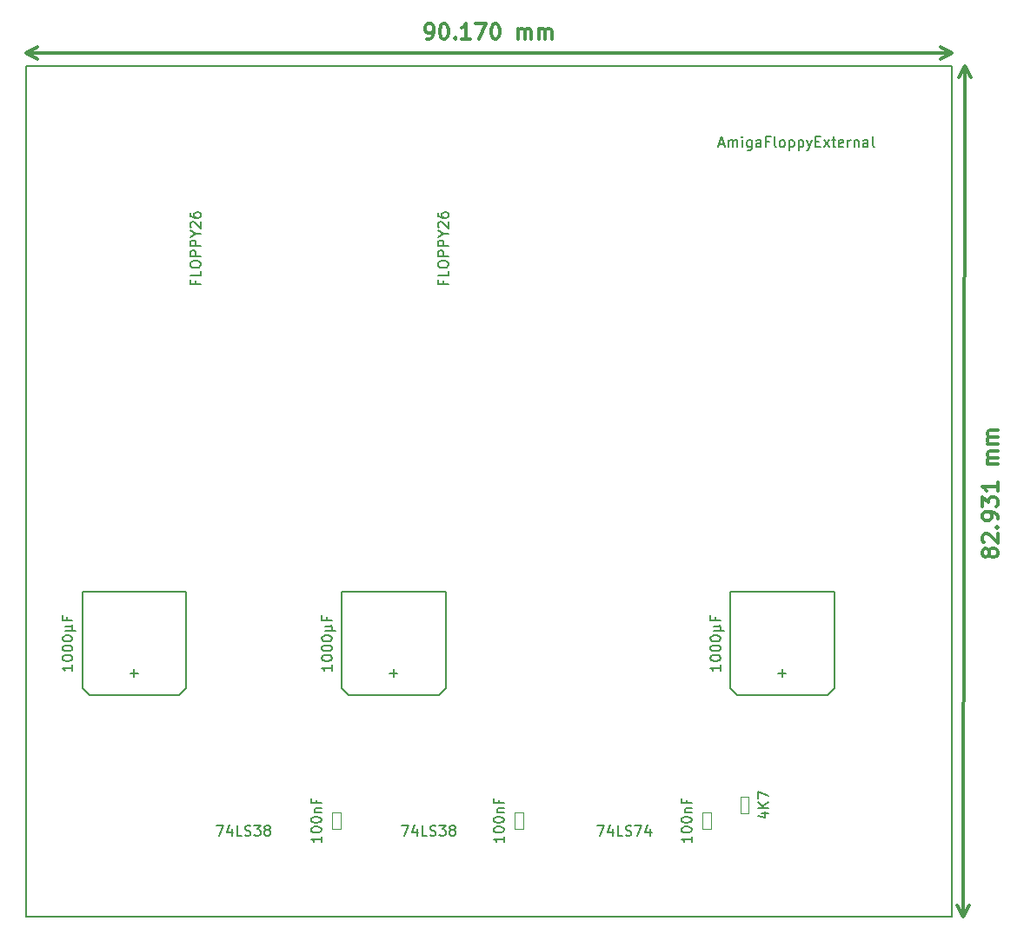
<source format=gbr>
G04 #@! TF.FileFunction,Other,Fab,Top*
%FSLAX46Y46*%
G04 Gerber Fmt 4.6, Leading zero omitted, Abs format (unit mm)*
G04 Created by KiCad (PCBNEW 4.0.5+dfsg1-4~bpo8+1) date Sun Apr 30 20:10:01 2017*
%MOMM*%
%LPD*%
G01*
G04 APERTURE LIST*
%ADD10C,0.100000*%
%ADD11C,0.300000*%
%ADD12C,0.150000*%
G04 APERTURE END LIST*
D10*
D11*
X173506572Y-69385571D02*
X173792287Y-69385571D01*
X173935144Y-69314143D01*
X174006572Y-69242714D01*
X174149430Y-69028429D01*
X174220858Y-68742714D01*
X174220858Y-68171286D01*
X174149430Y-68028429D01*
X174078001Y-67957000D01*
X173935144Y-67885571D01*
X173649430Y-67885571D01*
X173506572Y-67957000D01*
X173435144Y-68028429D01*
X173363715Y-68171286D01*
X173363715Y-68528429D01*
X173435144Y-68671286D01*
X173506572Y-68742714D01*
X173649430Y-68814143D01*
X173935144Y-68814143D01*
X174078001Y-68742714D01*
X174149430Y-68671286D01*
X174220858Y-68528429D01*
X175149429Y-67885571D02*
X175292286Y-67885571D01*
X175435143Y-67957000D01*
X175506572Y-68028429D01*
X175578001Y-68171286D01*
X175649429Y-68457000D01*
X175649429Y-68814143D01*
X175578001Y-69099857D01*
X175506572Y-69242714D01*
X175435143Y-69314143D01*
X175292286Y-69385571D01*
X175149429Y-69385571D01*
X175006572Y-69314143D01*
X174935143Y-69242714D01*
X174863715Y-69099857D01*
X174792286Y-68814143D01*
X174792286Y-68457000D01*
X174863715Y-68171286D01*
X174935143Y-68028429D01*
X175006572Y-67957000D01*
X175149429Y-67885571D01*
X176292286Y-69242714D02*
X176363714Y-69314143D01*
X176292286Y-69385571D01*
X176220857Y-69314143D01*
X176292286Y-69242714D01*
X176292286Y-69385571D01*
X177792286Y-69385571D02*
X176935143Y-69385571D01*
X177363715Y-69385571D02*
X177363715Y-67885571D01*
X177220858Y-68099857D01*
X177078000Y-68242714D01*
X176935143Y-68314143D01*
X178292286Y-67885571D02*
X179292286Y-67885571D01*
X178649429Y-69385571D01*
X180149428Y-67885571D02*
X180292285Y-67885571D01*
X180435142Y-67957000D01*
X180506571Y-68028429D01*
X180578000Y-68171286D01*
X180649428Y-68457000D01*
X180649428Y-68814143D01*
X180578000Y-69099857D01*
X180506571Y-69242714D01*
X180435142Y-69314143D01*
X180292285Y-69385571D01*
X180149428Y-69385571D01*
X180006571Y-69314143D01*
X179935142Y-69242714D01*
X179863714Y-69099857D01*
X179792285Y-68814143D01*
X179792285Y-68457000D01*
X179863714Y-68171286D01*
X179935142Y-68028429D01*
X180006571Y-67957000D01*
X180149428Y-67885571D01*
X182435142Y-69385571D02*
X182435142Y-68385571D01*
X182435142Y-68528429D02*
X182506570Y-68457000D01*
X182649428Y-68385571D01*
X182863713Y-68385571D01*
X183006570Y-68457000D01*
X183077999Y-68599857D01*
X183077999Y-69385571D01*
X183077999Y-68599857D02*
X183149428Y-68457000D01*
X183292285Y-68385571D01*
X183506570Y-68385571D01*
X183649428Y-68457000D01*
X183720856Y-68599857D01*
X183720856Y-69385571D01*
X184435142Y-69385571D02*
X184435142Y-68385571D01*
X184435142Y-68528429D02*
X184506570Y-68457000D01*
X184649428Y-68385571D01*
X184863713Y-68385571D01*
X185006570Y-68457000D01*
X185077999Y-68599857D01*
X185077999Y-69385571D01*
X185077999Y-68599857D02*
X185149428Y-68457000D01*
X185292285Y-68385571D01*
X185506570Y-68385571D01*
X185649428Y-68457000D01*
X185720856Y-68599857D01*
X185720856Y-69385571D01*
X224663000Y-70739000D02*
X134493000Y-70739000D01*
X224663000Y-70739000D02*
X224663000Y-70739000D01*
X134493000Y-70739000D02*
X134493000Y-70739000D01*
X134493000Y-70739000D02*
X135619504Y-70152579D01*
X134493000Y-70739000D02*
X135619504Y-71325421D01*
X224663000Y-70739000D02*
X223536496Y-70152579D01*
X224663000Y-70739000D02*
X223536496Y-71325421D01*
X228285350Y-119593290D02*
X228213703Y-119736038D01*
X228142164Y-119807357D01*
X227999198Y-119878567D01*
X227927770Y-119878457D01*
X227785023Y-119806810D01*
X227713703Y-119735272D01*
X227642493Y-119592305D01*
X227642931Y-119306591D01*
X227714578Y-119163844D01*
X227786117Y-119092524D01*
X227929083Y-119021315D01*
X228000511Y-119021425D01*
X228143258Y-119093071D01*
X228214578Y-119164610D01*
X228285788Y-119307576D01*
X228285350Y-119593290D01*
X228356559Y-119736257D01*
X228427879Y-119807794D01*
X228570626Y-119879442D01*
X228856340Y-119879879D01*
X228999306Y-119808669D01*
X229070845Y-119737351D01*
X229142491Y-119594602D01*
X229142929Y-119308889D01*
X229071720Y-119165922D01*
X229000400Y-119094384D01*
X228857653Y-119022737D01*
X228571939Y-119022300D01*
X228428973Y-119093509D01*
X228357434Y-119164828D01*
X228285788Y-119307576D01*
X227787101Y-118449669D02*
X227715781Y-118378131D01*
X227644571Y-118235165D01*
X227645118Y-117878022D01*
X227716766Y-117735275D01*
X227788304Y-117663955D01*
X227931270Y-117592746D01*
X228074127Y-117592965D01*
X228288304Y-117664721D01*
X229144132Y-118523175D01*
X229145554Y-117594606D01*
X229003682Y-116951531D02*
X229075220Y-116880212D01*
X229146538Y-116951749D01*
X229075001Y-117023069D01*
X229003682Y-116951531D01*
X229146538Y-116951749D01*
X229147742Y-116166036D02*
X229148179Y-115880322D01*
X229076970Y-115737355D01*
X229005651Y-115665818D01*
X228791585Y-115522632D01*
X228505979Y-115450767D01*
X227934552Y-115449892D01*
X227791586Y-115521101D01*
X227720047Y-115592420D01*
X227648400Y-115735168D01*
X227647962Y-116020881D01*
X227719172Y-116163849D01*
X227790492Y-116235386D01*
X227933239Y-116307034D01*
X228290382Y-116307580D01*
X228433348Y-116236370D01*
X228504885Y-116165052D01*
X228576533Y-116022303D01*
X228576971Y-115736590D01*
X228505761Y-115593623D01*
X228434442Y-115522085D01*
X228291695Y-115450438D01*
X227649603Y-114949455D02*
X227651025Y-114020885D01*
X228221688Y-114521759D01*
X228222016Y-114307473D01*
X228293664Y-114164726D01*
X228365201Y-114093406D01*
X228508167Y-114022197D01*
X228865310Y-114022744D01*
X229008057Y-114094391D01*
X229079377Y-114165929D01*
X229150586Y-114308895D01*
X229149929Y-114737467D01*
X229078283Y-114880214D01*
X229006744Y-114951533D01*
X229153211Y-112594612D02*
X229151898Y-113451754D01*
X229152555Y-113023183D02*
X227652556Y-113020886D01*
X227866623Y-113164071D01*
X228009261Y-113307147D01*
X228080472Y-113450114D01*
X229155946Y-110808901D02*
X228155947Y-110807369D01*
X228298805Y-110807588D02*
X228227485Y-110736051D01*
X228156275Y-110593083D01*
X228156603Y-110378799D01*
X228228251Y-110236051D01*
X228371217Y-110164841D01*
X229156930Y-110166044D01*
X228371217Y-110164841D02*
X228228470Y-110093193D01*
X228157259Y-109950227D01*
X228157588Y-109735942D01*
X228229235Y-109593194D01*
X228372201Y-109521985D01*
X229157915Y-109523188D01*
X229159008Y-108808903D02*
X228159010Y-108807371D01*
X228301867Y-108807590D02*
X228230548Y-108736053D01*
X228159338Y-108593086D01*
X228159666Y-108378801D01*
X228231314Y-108236054D01*
X228374280Y-108164843D01*
X229159993Y-108166047D01*
X228374280Y-108164843D02*
X228231532Y-108093196D01*
X228160322Y-107950229D01*
X228160650Y-107735945D01*
X228232298Y-107593196D01*
X228375264Y-107521987D01*
X229160977Y-107523190D01*
X225933000Y-72009000D02*
X225806000Y-154940000D01*
X225933000Y-72009000D02*
X225933000Y-72009000D01*
X225806000Y-154940000D02*
X225806000Y-154940000D01*
X225806000Y-154940000D02*
X225221305Y-153812600D01*
X225806000Y-154940000D02*
X226394145Y-153814396D01*
X225933000Y-72009000D02*
X225344855Y-73134604D01*
X225933000Y-72009000D02*
X226517695Y-73136400D01*
D12*
X134493000Y-154940000D02*
X136652000Y-154940000D01*
X134493000Y-72009000D02*
X134493000Y-154940000D01*
X224663000Y-72009000D02*
X134493000Y-72009000D01*
X224663000Y-74930000D02*
X224663000Y-72009000D01*
X224663000Y-154940000D02*
X224663000Y-74930000D01*
X136652000Y-154940000D02*
X224663000Y-154940000D01*
D10*
X164319000Y-144742000D02*
X165119000Y-144742000D01*
X164319000Y-146342000D02*
X164319000Y-144742000D01*
X165119000Y-146342000D02*
X164319000Y-146342000D01*
X165119000Y-144742000D02*
X165119000Y-146342000D01*
D12*
X213207600Y-123215400D02*
X203098400Y-123215400D01*
X213207600Y-132651500D02*
X213207600Y-123215400D01*
X212534500Y-133324600D02*
X213207600Y-132651500D01*
X203771500Y-133324600D02*
X212534500Y-133324600D01*
X203098400Y-132651500D02*
X203771500Y-133324600D01*
X203098400Y-123215400D02*
X203098400Y-132651500D01*
X175361600Y-123215400D02*
X165252400Y-123215400D01*
X175361600Y-132651500D02*
X175361600Y-123215400D01*
X174688500Y-133324600D02*
X175361600Y-132651500D01*
X165925500Y-133324600D02*
X174688500Y-133324600D01*
X165252400Y-132651500D02*
X165925500Y-133324600D01*
X165252400Y-123215400D02*
X165252400Y-132651500D01*
X150088600Y-123215400D02*
X139979400Y-123215400D01*
X150088600Y-132651500D02*
X150088600Y-123215400D01*
X149415500Y-133324600D02*
X150088600Y-132651500D01*
X140652500Y-133324600D02*
X149415500Y-133324600D01*
X139979400Y-132651500D02*
X140652500Y-133324600D01*
X139979400Y-123215400D02*
X139979400Y-132651500D01*
D10*
X204870000Y-144818000D02*
X204070000Y-144818000D01*
X204870000Y-143218000D02*
X204870000Y-144818000D01*
X204070000Y-143218000D02*
X204870000Y-143218000D01*
X204070000Y-144818000D02*
X204070000Y-143218000D01*
X182099000Y-144742000D02*
X182899000Y-144742000D01*
X182099000Y-146342000D02*
X182099000Y-144742000D01*
X182899000Y-146342000D02*
X182099000Y-146342000D01*
X182899000Y-144742000D02*
X182899000Y-146342000D01*
X200387000Y-144742000D02*
X201187000Y-144742000D01*
X200387000Y-146342000D02*
X200387000Y-144742000D01*
X201187000Y-146342000D02*
X200387000Y-146342000D01*
X201187000Y-144742000D02*
X201187000Y-146342000D01*
D12*
X163271381Y-147089619D02*
X163271381Y-147661048D01*
X163271381Y-147375334D02*
X162271381Y-147375334D01*
X162414238Y-147470572D01*
X162509476Y-147565810D01*
X162557095Y-147661048D01*
X162271381Y-146470572D02*
X162271381Y-146375333D01*
X162319000Y-146280095D01*
X162366619Y-146232476D01*
X162461857Y-146184857D01*
X162652333Y-146137238D01*
X162890429Y-146137238D01*
X163080905Y-146184857D01*
X163176143Y-146232476D01*
X163223762Y-146280095D01*
X163271381Y-146375333D01*
X163271381Y-146470572D01*
X163223762Y-146565810D01*
X163176143Y-146613429D01*
X163080905Y-146661048D01*
X162890429Y-146708667D01*
X162652333Y-146708667D01*
X162461857Y-146661048D01*
X162366619Y-146613429D01*
X162319000Y-146565810D01*
X162271381Y-146470572D01*
X162271381Y-145518191D02*
X162271381Y-145422952D01*
X162319000Y-145327714D01*
X162366619Y-145280095D01*
X162461857Y-145232476D01*
X162652333Y-145184857D01*
X162890429Y-145184857D01*
X163080905Y-145232476D01*
X163176143Y-145280095D01*
X163223762Y-145327714D01*
X163271381Y-145422952D01*
X163271381Y-145518191D01*
X163223762Y-145613429D01*
X163176143Y-145661048D01*
X163080905Y-145708667D01*
X162890429Y-145756286D01*
X162652333Y-145756286D01*
X162461857Y-145708667D01*
X162366619Y-145661048D01*
X162319000Y-145613429D01*
X162271381Y-145518191D01*
X162604714Y-144756286D02*
X163271381Y-144756286D01*
X162699952Y-144756286D02*
X162652333Y-144708667D01*
X162604714Y-144613429D01*
X162604714Y-144470571D01*
X162652333Y-144375333D01*
X162747571Y-144327714D01*
X163271381Y-144327714D01*
X162747571Y-143518190D02*
X162747571Y-143851524D01*
X163271381Y-143851524D02*
X162271381Y-143851524D01*
X162271381Y-143375333D01*
X202141081Y-130365238D02*
X202141081Y-130936667D01*
X202141081Y-130650953D02*
X201141081Y-130650953D01*
X201283938Y-130746191D01*
X201379176Y-130841429D01*
X201426795Y-130936667D01*
X201141081Y-129746191D02*
X201141081Y-129650952D01*
X201188700Y-129555714D01*
X201236319Y-129508095D01*
X201331557Y-129460476D01*
X201522033Y-129412857D01*
X201760129Y-129412857D01*
X201950605Y-129460476D01*
X202045843Y-129508095D01*
X202093462Y-129555714D01*
X202141081Y-129650952D01*
X202141081Y-129746191D01*
X202093462Y-129841429D01*
X202045843Y-129889048D01*
X201950605Y-129936667D01*
X201760129Y-129984286D01*
X201522033Y-129984286D01*
X201331557Y-129936667D01*
X201236319Y-129889048D01*
X201188700Y-129841429D01*
X201141081Y-129746191D01*
X201141081Y-128793810D02*
X201141081Y-128698571D01*
X201188700Y-128603333D01*
X201236319Y-128555714D01*
X201331557Y-128508095D01*
X201522033Y-128460476D01*
X201760129Y-128460476D01*
X201950605Y-128508095D01*
X202045843Y-128555714D01*
X202093462Y-128603333D01*
X202141081Y-128698571D01*
X202141081Y-128793810D01*
X202093462Y-128889048D01*
X202045843Y-128936667D01*
X201950605Y-128984286D01*
X201760129Y-129031905D01*
X201522033Y-129031905D01*
X201331557Y-128984286D01*
X201236319Y-128936667D01*
X201188700Y-128889048D01*
X201141081Y-128793810D01*
X201141081Y-127841429D02*
X201141081Y-127746190D01*
X201188700Y-127650952D01*
X201236319Y-127603333D01*
X201331557Y-127555714D01*
X201522033Y-127508095D01*
X201760129Y-127508095D01*
X201950605Y-127555714D01*
X202045843Y-127603333D01*
X202093462Y-127650952D01*
X202141081Y-127746190D01*
X202141081Y-127841429D01*
X202093462Y-127936667D01*
X202045843Y-127984286D01*
X201950605Y-128031905D01*
X201760129Y-128079524D01*
X201522033Y-128079524D01*
X201331557Y-128031905D01*
X201236319Y-127984286D01*
X201188700Y-127936667D01*
X201141081Y-127841429D01*
X201474414Y-127079524D02*
X202474414Y-127079524D01*
X201998224Y-126603333D02*
X202093462Y-126555714D01*
X202141081Y-126460476D01*
X201998224Y-127079524D02*
X202093462Y-127031905D01*
X202141081Y-126936667D01*
X202141081Y-126746190D01*
X202093462Y-126650952D01*
X201998224Y-126603333D01*
X201474414Y-126603333D01*
X201617271Y-125698571D02*
X201617271Y-126031905D01*
X202141081Y-126031905D02*
X201141081Y-126031905D01*
X201141081Y-125555714D01*
X208148229Y-131559252D02*
X208148229Y-130797347D01*
X208529181Y-131178299D02*
X207767276Y-131178299D01*
X164295081Y-130365238D02*
X164295081Y-130936667D01*
X164295081Y-130650953D02*
X163295081Y-130650953D01*
X163437938Y-130746191D01*
X163533176Y-130841429D01*
X163580795Y-130936667D01*
X163295081Y-129746191D02*
X163295081Y-129650952D01*
X163342700Y-129555714D01*
X163390319Y-129508095D01*
X163485557Y-129460476D01*
X163676033Y-129412857D01*
X163914129Y-129412857D01*
X164104605Y-129460476D01*
X164199843Y-129508095D01*
X164247462Y-129555714D01*
X164295081Y-129650952D01*
X164295081Y-129746191D01*
X164247462Y-129841429D01*
X164199843Y-129889048D01*
X164104605Y-129936667D01*
X163914129Y-129984286D01*
X163676033Y-129984286D01*
X163485557Y-129936667D01*
X163390319Y-129889048D01*
X163342700Y-129841429D01*
X163295081Y-129746191D01*
X163295081Y-128793810D02*
X163295081Y-128698571D01*
X163342700Y-128603333D01*
X163390319Y-128555714D01*
X163485557Y-128508095D01*
X163676033Y-128460476D01*
X163914129Y-128460476D01*
X164104605Y-128508095D01*
X164199843Y-128555714D01*
X164247462Y-128603333D01*
X164295081Y-128698571D01*
X164295081Y-128793810D01*
X164247462Y-128889048D01*
X164199843Y-128936667D01*
X164104605Y-128984286D01*
X163914129Y-129031905D01*
X163676033Y-129031905D01*
X163485557Y-128984286D01*
X163390319Y-128936667D01*
X163342700Y-128889048D01*
X163295081Y-128793810D01*
X163295081Y-127841429D02*
X163295081Y-127746190D01*
X163342700Y-127650952D01*
X163390319Y-127603333D01*
X163485557Y-127555714D01*
X163676033Y-127508095D01*
X163914129Y-127508095D01*
X164104605Y-127555714D01*
X164199843Y-127603333D01*
X164247462Y-127650952D01*
X164295081Y-127746190D01*
X164295081Y-127841429D01*
X164247462Y-127936667D01*
X164199843Y-127984286D01*
X164104605Y-128031905D01*
X163914129Y-128079524D01*
X163676033Y-128079524D01*
X163485557Y-128031905D01*
X163390319Y-127984286D01*
X163342700Y-127936667D01*
X163295081Y-127841429D01*
X163628414Y-127079524D02*
X164628414Y-127079524D01*
X164152224Y-126603333D02*
X164247462Y-126555714D01*
X164295081Y-126460476D01*
X164152224Y-127079524D02*
X164247462Y-127031905D01*
X164295081Y-126936667D01*
X164295081Y-126746190D01*
X164247462Y-126650952D01*
X164152224Y-126603333D01*
X163628414Y-126603333D01*
X163771271Y-125698571D02*
X163771271Y-126031905D01*
X164295081Y-126031905D02*
X163295081Y-126031905D01*
X163295081Y-125555714D01*
X170302229Y-131559252D02*
X170302229Y-130797347D01*
X170683181Y-131178299D02*
X169921276Y-131178299D01*
X139022081Y-130365238D02*
X139022081Y-130936667D01*
X139022081Y-130650953D02*
X138022081Y-130650953D01*
X138164938Y-130746191D01*
X138260176Y-130841429D01*
X138307795Y-130936667D01*
X138022081Y-129746191D02*
X138022081Y-129650952D01*
X138069700Y-129555714D01*
X138117319Y-129508095D01*
X138212557Y-129460476D01*
X138403033Y-129412857D01*
X138641129Y-129412857D01*
X138831605Y-129460476D01*
X138926843Y-129508095D01*
X138974462Y-129555714D01*
X139022081Y-129650952D01*
X139022081Y-129746191D01*
X138974462Y-129841429D01*
X138926843Y-129889048D01*
X138831605Y-129936667D01*
X138641129Y-129984286D01*
X138403033Y-129984286D01*
X138212557Y-129936667D01*
X138117319Y-129889048D01*
X138069700Y-129841429D01*
X138022081Y-129746191D01*
X138022081Y-128793810D02*
X138022081Y-128698571D01*
X138069700Y-128603333D01*
X138117319Y-128555714D01*
X138212557Y-128508095D01*
X138403033Y-128460476D01*
X138641129Y-128460476D01*
X138831605Y-128508095D01*
X138926843Y-128555714D01*
X138974462Y-128603333D01*
X139022081Y-128698571D01*
X139022081Y-128793810D01*
X138974462Y-128889048D01*
X138926843Y-128936667D01*
X138831605Y-128984286D01*
X138641129Y-129031905D01*
X138403033Y-129031905D01*
X138212557Y-128984286D01*
X138117319Y-128936667D01*
X138069700Y-128889048D01*
X138022081Y-128793810D01*
X138022081Y-127841429D02*
X138022081Y-127746190D01*
X138069700Y-127650952D01*
X138117319Y-127603333D01*
X138212557Y-127555714D01*
X138403033Y-127508095D01*
X138641129Y-127508095D01*
X138831605Y-127555714D01*
X138926843Y-127603333D01*
X138974462Y-127650952D01*
X139022081Y-127746190D01*
X139022081Y-127841429D01*
X138974462Y-127936667D01*
X138926843Y-127984286D01*
X138831605Y-128031905D01*
X138641129Y-128079524D01*
X138403033Y-128079524D01*
X138212557Y-128031905D01*
X138117319Y-127984286D01*
X138069700Y-127936667D01*
X138022081Y-127841429D01*
X138355414Y-127079524D02*
X139355414Y-127079524D01*
X138879224Y-126603333D02*
X138974462Y-126555714D01*
X139022081Y-126460476D01*
X138879224Y-127079524D02*
X138974462Y-127031905D01*
X139022081Y-126936667D01*
X139022081Y-126746190D01*
X138974462Y-126650952D01*
X138879224Y-126603333D01*
X138355414Y-126603333D01*
X138498271Y-125698571D02*
X138498271Y-126031905D01*
X139022081Y-126031905D02*
X138022081Y-126031905D01*
X138022081Y-125555714D01*
X145029229Y-131559252D02*
X145029229Y-130797347D01*
X145410181Y-131178299D02*
X144648276Y-131178299D01*
X202026189Y-79616667D02*
X202502380Y-79616667D01*
X201930951Y-79902381D02*
X202264284Y-78902381D01*
X202597618Y-79902381D01*
X202930951Y-79902381D02*
X202930951Y-79235714D01*
X202930951Y-79330952D02*
X202978570Y-79283333D01*
X203073808Y-79235714D01*
X203216666Y-79235714D01*
X203311904Y-79283333D01*
X203359523Y-79378571D01*
X203359523Y-79902381D01*
X203359523Y-79378571D02*
X203407142Y-79283333D01*
X203502380Y-79235714D01*
X203645237Y-79235714D01*
X203740475Y-79283333D01*
X203788094Y-79378571D01*
X203788094Y-79902381D01*
X204264284Y-79902381D02*
X204264284Y-79235714D01*
X204264284Y-78902381D02*
X204216665Y-78950000D01*
X204264284Y-78997619D01*
X204311903Y-78950000D01*
X204264284Y-78902381D01*
X204264284Y-78997619D01*
X205169046Y-79235714D02*
X205169046Y-80045238D01*
X205121427Y-80140476D01*
X205073808Y-80188095D01*
X204978569Y-80235714D01*
X204835712Y-80235714D01*
X204740474Y-80188095D01*
X205169046Y-79854762D02*
X205073808Y-79902381D01*
X204883331Y-79902381D01*
X204788093Y-79854762D01*
X204740474Y-79807143D01*
X204692855Y-79711905D01*
X204692855Y-79426190D01*
X204740474Y-79330952D01*
X204788093Y-79283333D01*
X204883331Y-79235714D01*
X205073808Y-79235714D01*
X205169046Y-79283333D01*
X206073808Y-79902381D02*
X206073808Y-79378571D01*
X206026189Y-79283333D01*
X205930951Y-79235714D01*
X205740474Y-79235714D01*
X205645236Y-79283333D01*
X206073808Y-79854762D02*
X205978570Y-79902381D01*
X205740474Y-79902381D01*
X205645236Y-79854762D01*
X205597617Y-79759524D01*
X205597617Y-79664286D01*
X205645236Y-79569048D01*
X205740474Y-79521429D01*
X205978570Y-79521429D01*
X206073808Y-79473810D01*
X206883332Y-79378571D02*
X206549998Y-79378571D01*
X206549998Y-79902381D02*
X206549998Y-78902381D01*
X207026189Y-78902381D01*
X207549998Y-79902381D02*
X207454760Y-79854762D01*
X207407141Y-79759524D01*
X207407141Y-78902381D01*
X208073808Y-79902381D02*
X207978570Y-79854762D01*
X207930951Y-79807143D01*
X207883332Y-79711905D01*
X207883332Y-79426190D01*
X207930951Y-79330952D01*
X207978570Y-79283333D01*
X208073808Y-79235714D01*
X208216666Y-79235714D01*
X208311904Y-79283333D01*
X208359523Y-79330952D01*
X208407142Y-79426190D01*
X208407142Y-79711905D01*
X208359523Y-79807143D01*
X208311904Y-79854762D01*
X208216666Y-79902381D01*
X208073808Y-79902381D01*
X208835713Y-79235714D02*
X208835713Y-80235714D01*
X208835713Y-79283333D02*
X208930951Y-79235714D01*
X209121428Y-79235714D01*
X209216666Y-79283333D01*
X209264285Y-79330952D01*
X209311904Y-79426190D01*
X209311904Y-79711905D01*
X209264285Y-79807143D01*
X209216666Y-79854762D01*
X209121428Y-79902381D01*
X208930951Y-79902381D01*
X208835713Y-79854762D01*
X209740475Y-79235714D02*
X209740475Y-80235714D01*
X209740475Y-79283333D02*
X209835713Y-79235714D01*
X210026190Y-79235714D01*
X210121428Y-79283333D01*
X210169047Y-79330952D01*
X210216666Y-79426190D01*
X210216666Y-79711905D01*
X210169047Y-79807143D01*
X210121428Y-79854762D01*
X210026190Y-79902381D01*
X209835713Y-79902381D01*
X209740475Y-79854762D01*
X210549999Y-79235714D02*
X210788094Y-79902381D01*
X211026190Y-79235714D02*
X210788094Y-79902381D01*
X210692856Y-80140476D01*
X210645237Y-80188095D01*
X210549999Y-80235714D01*
X211407142Y-79378571D02*
X211740476Y-79378571D01*
X211883333Y-79902381D02*
X211407142Y-79902381D01*
X211407142Y-78902381D01*
X211883333Y-78902381D01*
X212216666Y-79902381D02*
X212740476Y-79235714D01*
X212216666Y-79235714D02*
X212740476Y-79902381D01*
X212978571Y-79235714D02*
X213359523Y-79235714D01*
X213121428Y-78902381D02*
X213121428Y-79759524D01*
X213169047Y-79854762D01*
X213264285Y-79902381D01*
X213359523Y-79902381D01*
X214073810Y-79854762D02*
X213978572Y-79902381D01*
X213788095Y-79902381D01*
X213692857Y-79854762D01*
X213645238Y-79759524D01*
X213645238Y-79378571D01*
X213692857Y-79283333D01*
X213788095Y-79235714D01*
X213978572Y-79235714D01*
X214073810Y-79283333D01*
X214121429Y-79378571D01*
X214121429Y-79473810D01*
X213645238Y-79569048D01*
X214550000Y-79902381D02*
X214550000Y-79235714D01*
X214550000Y-79426190D02*
X214597619Y-79330952D01*
X214645238Y-79283333D01*
X214740476Y-79235714D01*
X214835715Y-79235714D01*
X215169048Y-79235714D02*
X215169048Y-79902381D01*
X215169048Y-79330952D02*
X215216667Y-79283333D01*
X215311905Y-79235714D01*
X215454763Y-79235714D01*
X215550001Y-79283333D01*
X215597620Y-79378571D01*
X215597620Y-79902381D01*
X216502382Y-79902381D02*
X216502382Y-79378571D01*
X216454763Y-79283333D01*
X216359525Y-79235714D01*
X216169048Y-79235714D01*
X216073810Y-79283333D01*
X216502382Y-79854762D02*
X216407144Y-79902381D01*
X216169048Y-79902381D01*
X216073810Y-79854762D01*
X216026191Y-79759524D01*
X216026191Y-79664286D01*
X216073810Y-79569048D01*
X216169048Y-79521429D01*
X216407144Y-79521429D01*
X216502382Y-79473810D01*
X217121429Y-79902381D02*
X217026191Y-79854762D01*
X216978572Y-79759524D01*
X216978572Y-78902381D01*
X175108571Y-92956666D02*
X175108571Y-93290000D01*
X175632381Y-93290000D02*
X174632381Y-93290000D01*
X174632381Y-92813809D01*
X175632381Y-91956666D02*
X175632381Y-92432857D01*
X174632381Y-92432857D01*
X174632381Y-91432857D02*
X174632381Y-91242380D01*
X174680000Y-91147142D01*
X174775238Y-91051904D01*
X174965714Y-91004285D01*
X175299048Y-91004285D01*
X175489524Y-91051904D01*
X175584762Y-91147142D01*
X175632381Y-91242380D01*
X175632381Y-91432857D01*
X175584762Y-91528095D01*
X175489524Y-91623333D01*
X175299048Y-91670952D01*
X174965714Y-91670952D01*
X174775238Y-91623333D01*
X174680000Y-91528095D01*
X174632381Y-91432857D01*
X175632381Y-90575714D02*
X174632381Y-90575714D01*
X174632381Y-90194761D01*
X174680000Y-90099523D01*
X174727619Y-90051904D01*
X174822857Y-90004285D01*
X174965714Y-90004285D01*
X175060952Y-90051904D01*
X175108571Y-90099523D01*
X175156190Y-90194761D01*
X175156190Y-90575714D01*
X175632381Y-89575714D02*
X174632381Y-89575714D01*
X174632381Y-89194761D01*
X174680000Y-89099523D01*
X174727619Y-89051904D01*
X174822857Y-89004285D01*
X174965714Y-89004285D01*
X175060952Y-89051904D01*
X175108571Y-89099523D01*
X175156190Y-89194761D01*
X175156190Y-89575714D01*
X175156190Y-88385238D02*
X175632381Y-88385238D01*
X174632381Y-88718571D02*
X175156190Y-88385238D01*
X174632381Y-88051904D01*
X174727619Y-87766190D02*
X174680000Y-87718571D01*
X174632381Y-87623333D01*
X174632381Y-87385237D01*
X174680000Y-87289999D01*
X174727619Y-87242380D01*
X174822857Y-87194761D01*
X174918095Y-87194761D01*
X175060952Y-87242380D01*
X175632381Y-87813809D01*
X175632381Y-87194761D01*
X174632381Y-86337618D02*
X174632381Y-86528095D01*
X174680000Y-86623333D01*
X174727619Y-86670952D01*
X174870476Y-86766190D01*
X175060952Y-86813809D01*
X175441905Y-86813809D01*
X175537143Y-86766190D01*
X175584762Y-86718571D01*
X175632381Y-86623333D01*
X175632381Y-86432856D01*
X175584762Y-86337618D01*
X175537143Y-86289999D01*
X175441905Y-86242380D01*
X175203810Y-86242380D01*
X175108571Y-86289999D01*
X175060952Y-86337618D01*
X175013333Y-86432856D01*
X175013333Y-86623333D01*
X175060952Y-86718571D01*
X175108571Y-86766190D01*
X175203810Y-86813809D01*
X150978571Y-92956666D02*
X150978571Y-93290000D01*
X151502381Y-93290000D02*
X150502381Y-93290000D01*
X150502381Y-92813809D01*
X151502381Y-91956666D02*
X151502381Y-92432857D01*
X150502381Y-92432857D01*
X150502381Y-91432857D02*
X150502381Y-91242380D01*
X150550000Y-91147142D01*
X150645238Y-91051904D01*
X150835714Y-91004285D01*
X151169048Y-91004285D01*
X151359524Y-91051904D01*
X151454762Y-91147142D01*
X151502381Y-91242380D01*
X151502381Y-91432857D01*
X151454762Y-91528095D01*
X151359524Y-91623333D01*
X151169048Y-91670952D01*
X150835714Y-91670952D01*
X150645238Y-91623333D01*
X150550000Y-91528095D01*
X150502381Y-91432857D01*
X151502381Y-90575714D02*
X150502381Y-90575714D01*
X150502381Y-90194761D01*
X150550000Y-90099523D01*
X150597619Y-90051904D01*
X150692857Y-90004285D01*
X150835714Y-90004285D01*
X150930952Y-90051904D01*
X150978571Y-90099523D01*
X151026190Y-90194761D01*
X151026190Y-90575714D01*
X151502381Y-89575714D02*
X150502381Y-89575714D01*
X150502381Y-89194761D01*
X150550000Y-89099523D01*
X150597619Y-89051904D01*
X150692857Y-89004285D01*
X150835714Y-89004285D01*
X150930952Y-89051904D01*
X150978571Y-89099523D01*
X151026190Y-89194761D01*
X151026190Y-89575714D01*
X151026190Y-88385238D02*
X151502381Y-88385238D01*
X150502381Y-88718571D02*
X151026190Y-88385238D01*
X150502381Y-88051904D01*
X150597619Y-87766190D02*
X150550000Y-87718571D01*
X150502381Y-87623333D01*
X150502381Y-87385237D01*
X150550000Y-87289999D01*
X150597619Y-87242380D01*
X150692857Y-87194761D01*
X150788095Y-87194761D01*
X150930952Y-87242380D01*
X151502381Y-87813809D01*
X151502381Y-87194761D01*
X150502381Y-86337618D02*
X150502381Y-86528095D01*
X150550000Y-86623333D01*
X150597619Y-86670952D01*
X150740476Y-86766190D01*
X150930952Y-86813809D01*
X151311905Y-86813809D01*
X151407143Y-86766190D01*
X151454762Y-86718571D01*
X151502381Y-86623333D01*
X151502381Y-86432856D01*
X151454762Y-86337618D01*
X151407143Y-86289999D01*
X151311905Y-86242380D01*
X151073810Y-86242380D01*
X150978571Y-86289999D01*
X150930952Y-86337618D01*
X150883333Y-86432856D01*
X150883333Y-86623333D01*
X150930952Y-86718571D01*
X150978571Y-86766190D01*
X151073810Y-86813809D01*
X206155714Y-144803714D02*
X206822381Y-144803714D01*
X205774762Y-145041810D02*
X206489048Y-145279905D01*
X206489048Y-144660857D01*
X206822381Y-144279905D02*
X205822381Y-144279905D01*
X206822381Y-143708476D02*
X206250952Y-144137048D01*
X205822381Y-143708476D02*
X206393810Y-144279905D01*
X205822381Y-143375143D02*
X205822381Y-142708476D01*
X206822381Y-143137048D01*
X171093143Y-146010381D02*
X171759810Y-146010381D01*
X171331238Y-147010381D01*
X172569334Y-146343714D02*
X172569334Y-147010381D01*
X172331238Y-145962762D02*
X172093143Y-146677048D01*
X172712191Y-146677048D01*
X173569334Y-147010381D02*
X173093143Y-147010381D01*
X173093143Y-146010381D01*
X173855048Y-146962762D02*
X173997905Y-147010381D01*
X174236001Y-147010381D01*
X174331239Y-146962762D01*
X174378858Y-146915143D01*
X174426477Y-146819905D01*
X174426477Y-146724667D01*
X174378858Y-146629429D01*
X174331239Y-146581810D01*
X174236001Y-146534190D01*
X174045524Y-146486571D01*
X173950286Y-146438952D01*
X173902667Y-146391333D01*
X173855048Y-146296095D01*
X173855048Y-146200857D01*
X173902667Y-146105619D01*
X173950286Y-146058000D01*
X174045524Y-146010381D01*
X174283620Y-146010381D01*
X174426477Y-146058000D01*
X174759810Y-146010381D02*
X175378858Y-146010381D01*
X175045524Y-146391333D01*
X175188382Y-146391333D01*
X175283620Y-146438952D01*
X175331239Y-146486571D01*
X175378858Y-146581810D01*
X175378858Y-146819905D01*
X175331239Y-146915143D01*
X175283620Y-146962762D01*
X175188382Y-147010381D01*
X174902667Y-147010381D01*
X174807429Y-146962762D01*
X174759810Y-146915143D01*
X175950286Y-146438952D02*
X175855048Y-146391333D01*
X175807429Y-146343714D01*
X175759810Y-146248476D01*
X175759810Y-146200857D01*
X175807429Y-146105619D01*
X175855048Y-146058000D01*
X175950286Y-146010381D01*
X176140763Y-146010381D01*
X176236001Y-146058000D01*
X176283620Y-146105619D01*
X176331239Y-146200857D01*
X176331239Y-146248476D01*
X176283620Y-146343714D01*
X176236001Y-146391333D01*
X176140763Y-146438952D01*
X175950286Y-146438952D01*
X175855048Y-146486571D01*
X175807429Y-146534190D01*
X175759810Y-146629429D01*
X175759810Y-146819905D01*
X175807429Y-146915143D01*
X175855048Y-146962762D01*
X175950286Y-147010381D01*
X176140763Y-147010381D01*
X176236001Y-146962762D01*
X176283620Y-146915143D01*
X176331239Y-146819905D01*
X176331239Y-146629429D01*
X176283620Y-146534190D01*
X176236001Y-146486571D01*
X176140763Y-146438952D01*
X190143143Y-146010381D02*
X190809810Y-146010381D01*
X190381238Y-147010381D01*
X191619334Y-146343714D02*
X191619334Y-147010381D01*
X191381238Y-145962762D02*
X191143143Y-146677048D01*
X191762191Y-146677048D01*
X192619334Y-147010381D02*
X192143143Y-147010381D01*
X192143143Y-146010381D01*
X192905048Y-146962762D02*
X193047905Y-147010381D01*
X193286001Y-147010381D01*
X193381239Y-146962762D01*
X193428858Y-146915143D01*
X193476477Y-146819905D01*
X193476477Y-146724667D01*
X193428858Y-146629429D01*
X193381239Y-146581810D01*
X193286001Y-146534190D01*
X193095524Y-146486571D01*
X193000286Y-146438952D01*
X192952667Y-146391333D01*
X192905048Y-146296095D01*
X192905048Y-146200857D01*
X192952667Y-146105619D01*
X193000286Y-146058000D01*
X193095524Y-146010381D01*
X193333620Y-146010381D01*
X193476477Y-146058000D01*
X193809810Y-146010381D02*
X194476477Y-146010381D01*
X194047905Y-147010381D01*
X195286001Y-146343714D02*
X195286001Y-147010381D01*
X195047905Y-145962762D02*
X194809810Y-146677048D01*
X195428858Y-146677048D01*
X153059143Y-146010381D02*
X153725810Y-146010381D01*
X153297238Y-147010381D01*
X154535334Y-146343714D02*
X154535334Y-147010381D01*
X154297238Y-145962762D02*
X154059143Y-146677048D01*
X154678191Y-146677048D01*
X155535334Y-147010381D02*
X155059143Y-147010381D01*
X155059143Y-146010381D01*
X155821048Y-146962762D02*
X155963905Y-147010381D01*
X156202001Y-147010381D01*
X156297239Y-146962762D01*
X156344858Y-146915143D01*
X156392477Y-146819905D01*
X156392477Y-146724667D01*
X156344858Y-146629429D01*
X156297239Y-146581810D01*
X156202001Y-146534190D01*
X156011524Y-146486571D01*
X155916286Y-146438952D01*
X155868667Y-146391333D01*
X155821048Y-146296095D01*
X155821048Y-146200857D01*
X155868667Y-146105619D01*
X155916286Y-146058000D01*
X156011524Y-146010381D01*
X156249620Y-146010381D01*
X156392477Y-146058000D01*
X156725810Y-146010381D02*
X157344858Y-146010381D01*
X157011524Y-146391333D01*
X157154382Y-146391333D01*
X157249620Y-146438952D01*
X157297239Y-146486571D01*
X157344858Y-146581810D01*
X157344858Y-146819905D01*
X157297239Y-146915143D01*
X157249620Y-146962762D01*
X157154382Y-147010381D01*
X156868667Y-147010381D01*
X156773429Y-146962762D01*
X156725810Y-146915143D01*
X157916286Y-146438952D02*
X157821048Y-146391333D01*
X157773429Y-146343714D01*
X157725810Y-146248476D01*
X157725810Y-146200857D01*
X157773429Y-146105619D01*
X157821048Y-146058000D01*
X157916286Y-146010381D01*
X158106763Y-146010381D01*
X158202001Y-146058000D01*
X158249620Y-146105619D01*
X158297239Y-146200857D01*
X158297239Y-146248476D01*
X158249620Y-146343714D01*
X158202001Y-146391333D01*
X158106763Y-146438952D01*
X157916286Y-146438952D01*
X157821048Y-146486571D01*
X157773429Y-146534190D01*
X157725810Y-146629429D01*
X157725810Y-146819905D01*
X157773429Y-146915143D01*
X157821048Y-146962762D01*
X157916286Y-147010381D01*
X158106763Y-147010381D01*
X158202001Y-146962762D01*
X158249620Y-146915143D01*
X158297239Y-146819905D01*
X158297239Y-146629429D01*
X158249620Y-146534190D01*
X158202001Y-146486571D01*
X158106763Y-146438952D01*
X181051381Y-147089619D02*
X181051381Y-147661048D01*
X181051381Y-147375334D02*
X180051381Y-147375334D01*
X180194238Y-147470572D01*
X180289476Y-147565810D01*
X180337095Y-147661048D01*
X180051381Y-146470572D02*
X180051381Y-146375333D01*
X180099000Y-146280095D01*
X180146619Y-146232476D01*
X180241857Y-146184857D01*
X180432333Y-146137238D01*
X180670429Y-146137238D01*
X180860905Y-146184857D01*
X180956143Y-146232476D01*
X181003762Y-146280095D01*
X181051381Y-146375333D01*
X181051381Y-146470572D01*
X181003762Y-146565810D01*
X180956143Y-146613429D01*
X180860905Y-146661048D01*
X180670429Y-146708667D01*
X180432333Y-146708667D01*
X180241857Y-146661048D01*
X180146619Y-146613429D01*
X180099000Y-146565810D01*
X180051381Y-146470572D01*
X180051381Y-145518191D02*
X180051381Y-145422952D01*
X180099000Y-145327714D01*
X180146619Y-145280095D01*
X180241857Y-145232476D01*
X180432333Y-145184857D01*
X180670429Y-145184857D01*
X180860905Y-145232476D01*
X180956143Y-145280095D01*
X181003762Y-145327714D01*
X181051381Y-145422952D01*
X181051381Y-145518191D01*
X181003762Y-145613429D01*
X180956143Y-145661048D01*
X180860905Y-145708667D01*
X180670429Y-145756286D01*
X180432333Y-145756286D01*
X180241857Y-145708667D01*
X180146619Y-145661048D01*
X180099000Y-145613429D01*
X180051381Y-145518191D01*
X180384714Y-144756286D02*
X181051381Y-144756286D01*
X180479952Y-144756286D02*
X180432333Y-144708667D01*
X180384714Y-144613429D01*
X180384714Y-144470571D01*
X180432333Y-144375333D01*
X180527571Y-144327714D01*
X181051381Y-144327714D01*
X180527571Y-143518190D02*
X180527571Y-143851524D01*
X181051381Y-143851524D02*
X180051381Y-143851524D01*
X180051381Y-143375333D01*
X199339381Y-147089619D02*
X199339381Y-147661048D01*
X199339381Y-147375334D02*
X198339381Y-147375334D01*
X198482238Y-147470572D01*
X198577476Y-147565810D01*
X198625095Y-147661048D01*
X198339381Y-146470572D02*
X198339381Y-146375333D01*
X198387000Y-146280095D01*
X198434619Y-146232476D01*
X198529857Y-146184857D01*
X198720333Y-146137238D01*
X198958429Y-146137238D01*
X199148905Y-146184857D01*
X199244143Y-146232476D01*
X199291762Y-146280095D01*
X199339381Y-146375333D01*
X199339381Y-146470572D01*
X199291762Y-146565810D01*
X199244143Y-146613429D01*
X199148905Y-146661048D01*
X198958429Y-146708667D01*
X198720333Y-146708667D01*
X198529857Y-146661048D01*
X198434619Y-146613429D01*
X198387000Y-146565810D01*
X198339381Y-146470572D01*
X198339381Y-145518191D02*
X198339381Y-145422952D01*
X198387000Y-145327714D01*
X198434619Y-145280095D01*
X198529857Y-145232476D01*
X198720333Y-145184857D01*
X198958429Y-145184857D01*
X199148905Y-145232476D01*
X199244143Y-145280095D01*
X199291762Y-145327714D01*
X199339381Y-145422952D01*
X199339381Y-145518191D01*
X199291762Y-145613429D01*
X199244143Y-145661048D01*
X199148905Y-145708667D01*
X198958429Y-145756286D01*
X198720333Y-145756286D01*
X198529857Y-145708667D01*
X198434619Y-145661048D01*
X198387000Y-145613429D01*
X198339381Y-145518191D01*
X198672714Y-144756286D02*
X199339381Y-144756286D01*
X198767952Y-144756286D02*
X198720333Y-144708667D01*
X198672714Y-144613429D01*
X198672714Y-144470571D01*
X198720333Y-144375333D01*
X198815571Y-144327714D01*
X199339381Y-144327714D01*
X198815571Y-143518190D02*
X198815571Y-143851524D01*
X199339381Y-143851524D02*
X198339381Y-143851524D01*
X198339381Y-143375333D01*
M02*

</source>
